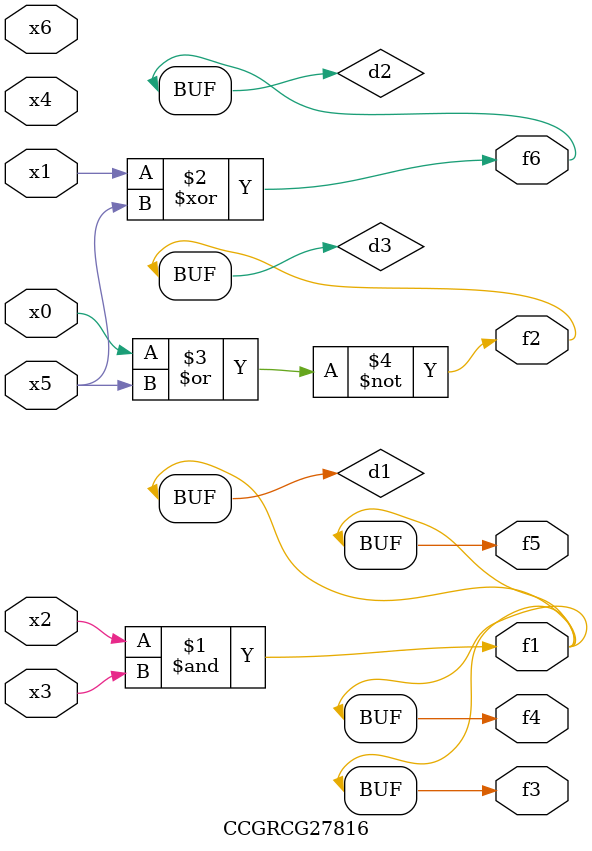
<source format=v>
module CCGRCG27816(
	input x0, x1, x2, x3, x4, x5, x6,
	output f1, f2, f3, f4, f5, f6
);

	wire d1, d2, d3;

	and (d1, x2, x3);
	xor (d2, x1, x5);
	nor (d3, x0, x5);
	assign f1 = d1;
	assign f2 = d3;
	assign f3 = d1;
	assign f4 = d1;
	assign f5 = d1;
	assign f6 = d2;
endmodule

</source>
